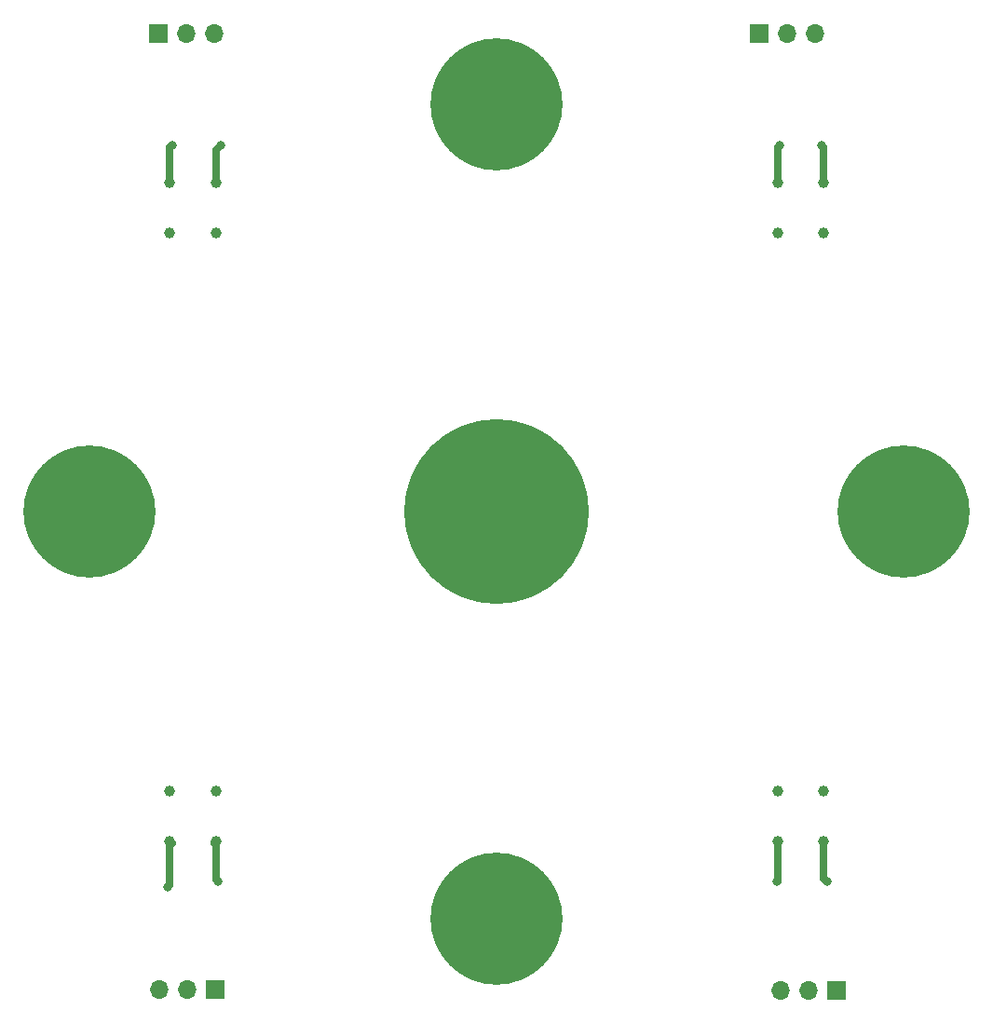
<source format=gbr>
%TF.GenerationSoftware,KiCad,Pcbnew,7.0.5-0*%
%TF.CreationDate,2023-07-05T09:37:03-04:00*%
%TF.ProjectId,quad_sipm,71756164-5f73-4697-906d-2e6b69636164,rev?*%
%TF.SameCoordinates,Original*%
%TF.FileFunction,Copper,L1,Top*%
%TF.FilePolarity,Positive*%
%FSLAX46Y46*%
G04 Gerber Fmt 4.6, Leading zero omitted, Abs format (unit mm)*
G04 Created by KiCad (PCBNEW 7.0.5-0) date 2023-07-05 09:37:03*
%MOMM*%
%LPD*%
G01*
G04 APERTURE LIST*
%TA.AperFunction,ComponentPad*%
%ADD10C,16.800000*%
%TD*%
%TA.AperFunction,ComponentPad*%
%ADD11C,12.000000*%
%TD*%
%TA.AperFunction,SMDPad,CuDef*%
%ADD12C,1.000000*%
%TD*%
%TA.AperFunction,ComponentPad*%
%ADD13R,1.700000X1.700000*%
%TD*%
%TA.AperFunction,ComponentPad*%
%ADD14O,1.700000X1.700000*%
%TD*%
%TA.AperFunction,ViaPad*%
%ADD15C,0.800000*%
%TD*%
%TA.AperFunction,Conductor*%
%ADD16C,0.635000*%
%TD*%
G04 APERTURE END LIST*
D10*
%TO.P,H2,1*%
%TO.N,N/C*%
X100000000Y-100000000D03*
%TD*%
D11*
%TO.P,H3,1*%
%TO.N,N/C*%
X100000000Y-137000000D03*
%TD*%
%TO.P,H4,1*%
%TO.N,N/C*%
X137000000Y-100000000D03*
%TD*%
%TO.P,H5,1*%
%TO.N,N/C*%
X63000000Y-100000000D03*
%TD*%
%TO.P,H1,1*%
%TO.N,N/C*%
X100000000Y-63000000D03*
%TD*%
D12*
%TO.P,D1,1,K*%
%TO.N,Net-(D1-K)*%
X125535000Y-129935000D03*
%TO.P,D1,2,A*%
%TO.N,Net-(D1-A)*%
X129735000Y-129935000D03*
%TO.P,D1,3*%
%TO.N,N/C*%
X125535000Y-125335000D03*
%TO.P,D1,4*%
X129735000Y-125335000D03*
%TD*%
%TO.P,D2,1,K*%
%TO.N,Net-(D2-K)*%
X70290000Y-129935000D03*
%TO.P,D2,2,A*%
%TO.N,Net-(D2-A)*%
X74490000Y-129935000D03*
%TO.P,D2,3*%
%TO.N,N/C*%
X70290000Y-125335000D03*
%TO.P,D2,4*%
X74490000Y-125335000D03*
%TD*%
%TO.P,D4,1,K*%
%TO.N,Net-(D4-K)*%
X74490000Y-70090000D03*
%TO.P,D4,2,A*%
%TO.N,Net-(D4-A)*%
X70290000Y-70090000D03*
%TO.P,D4,3*%
%TO.N,N/C*%
X74490000Y-74690000D03*
%TO.P,D4,4*%
X70290000Y-74690000D03*
%TD*%
%TO.P,D3,1,K*%
%TO.N,Net-(D3-K)*%
X129735000Y-70090000D03*
%TO.P,D3,2,A*%
%TO.N,Net-(D3-A)*%
X125535000Y-70090000D03*
%TO.P,D3,3*%
%TO.N,N/C*%
X129735000Y-74690000D03*
%TO.P,D3,4*%
X125535000Y-74690000D03*
%TD*%
D13*
%TO.P,J1,1,Pin_1*%
%TO.N,Net-(J1-Pin_1)*%
X130855000Y-143465000D03*
D14*
%TO.P,J1,2,Pin_2*%
%TO.N,Net-(J1-Pin_2)*%
X128315000Y-143465000D03*
%TO.P,J1,3,Pin_3*%
%TO.N,Net-(D1-K)*%
X125775000Y-143465000D03*
%TD*%
D13*
%TO.P,J3,1,Pin_1*%
%TO.N,Net-(J3-Pin_1)*%
X123825000Y-56515000D03*
D14*
%TO.P,J3,2,Pin_2*%
%TO.N,Net-(J3-Pin_2)*%
X126365000Y-56515000D03*
%TO.P,J3,3,Pin_3*%
%TO.N,Net-(D3-K)*%
X128905000Y-56515000D03*
%TD*%
D13*
%TO.P,J4,1,Pin_1*%
%TO.N,Net-(J4-Pin_1)*%
X69215000Y-56515000D03*
D14*
%TO.P,J4,2,Pin_2*%
%TO.N,Net-(J4-Pin_2)*%
X71755000Y-56515000D03*
%TO.P,J4,3,Pin_3*%
%TO.N,Net-(D4-K)*%
X74295000Y-56515000D03*
%TD*%
D13*
%TO.P,J2,1,Pin_1*%
%TO.N,Net-(J2-Pin_1)*%
X74385000Y-143420000D03*
D14*
%TO.P,J2,2,Pin_2*%
%TO.N,Net-(J2-Pin_2)*%
X71845000Y-143420000D03*
%TO.P,J2,3,Pin_3*%
%TO.N,Net-(D2-K)*%
X69305000Y-143420000D03*
%TD*%
D15*
%TO.N,Net-(D1-A)*%
X130048000Y-133604000D03*
%TO.N,Net-(D1-K)*%
X125476000Y-133604000D03*
%TO.N,Net-(D2-A)*%
X74676000Y-133604000D03*
%TO.N,Net-(D2-K)*%
X70104000Y-134112000D03*
%TO.N,Net-(D3-K)*%
X129540000Y-66675000D03*
%TO.N,Net-(D4-K)*%
X74930000Y-66675000D03*
%TO.N,Net-(D3-A)*%
X125730000Y-66675000D03*
%TO.N,Net-(D4-A)*%
X70485000Y-66675000D03*
%TD*%
D16*
%TO.N,Net-(D1-A)*%
X129735000Y-129935000D02*
X129735000Y-133291000D01*
X129735000Y-133291000D02*
X130048000Y-133604000D01*
%TO.N,Net-(D1-K)*%
X125535000Y-133545000D02*
X125476000Y-133604000D01*
X125535000Y-129935000D02*
X125535000Y-133545000D01*
%TO.N,Net-(D2-A)*%
X74490000Y-133418000D02*
X74676000Y-133604000D01*
X74490000Y-129935000D02*
X74490000Y-133418000D01*
%TO.N,Net-(D2-K)*%
X70290000Y-133926000D02*
X70104000Y-134112000D01*
X70290000Y-129935000D02*
X70290000Y-133926000D01*
%TO.N,Net-(D2-A)*%
X74295000Y-130130000D02*
X74490000Y-129935000D01*
%TO.N,Net-(D3-K)*%
X129735000Y-66870000D02*
X129540000Y-66675000D01*
X129735000Y-70090000D02*
X129735000Y-66870000D01*
%TO.N,Net-(D4-K)*%
X74490000Y-67115000D02*
X74930000Y-66675000D01*
X74490000Y-70090000D02*
X74490000Y-67115000D01*
%TO.N,Net-(D2-K)*%
X70485000Y-130130000D02*
X70290000Y-129935000D01*
%TO.N,Net-(D3-A)*%
X125535000Y-70090000D02*
X125535000Y-66870000D01*
X125535000Y-66870000D02*
X125730000Y-66675000D01*
%TO.N,Net-(D4-A)*%
X70290000Y-70090000D02*
X70290000Y-66870000D01*
X70290000Y-66870000D02*
X70485000Y-66675000D01*
%TD*%
M02*

</source>
